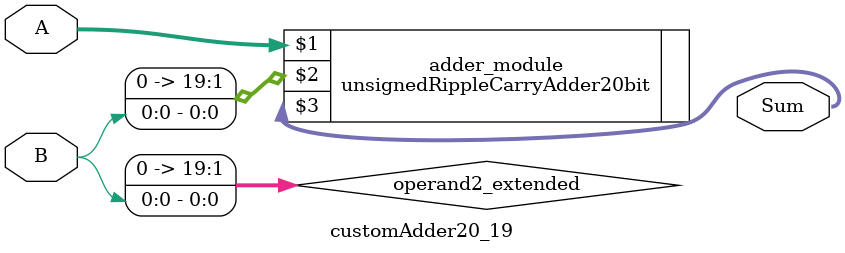
<source format=v>

module customAdder20_19(
                    input [19 : 0] A,
                    input [0 : 0] B,
                    
                    output [20 : 0] Sum
            );

    wire [19 : 0] operand2_extended;
    
    assign operand2_extended =  {19'b0, B};
    
    unsignedRippleCarryAdder20bit adder_module(
        A,
        operand2_extended,
        Sum
    );
    
endmodule
        
</source>
